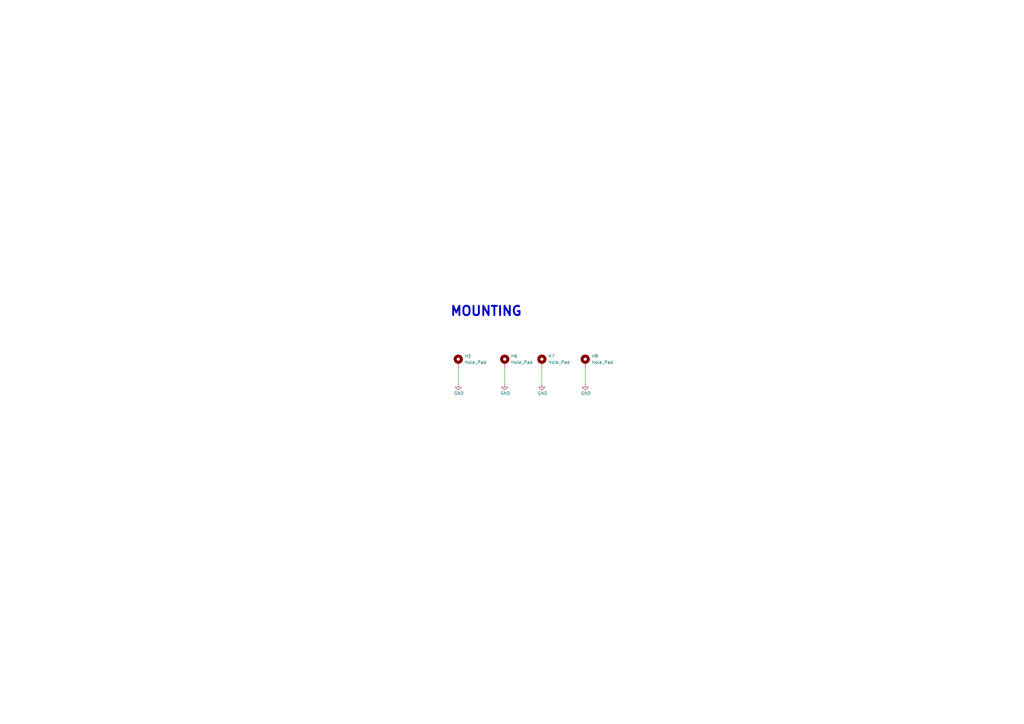
<source format=kicad_sch>
(kicad_sch (version 20231120) (generator "eeschema") (generator_version "8.0")
  (paper "A3")
  (lib_symbols
    (symbol "Mechanical:MountingHole_Pad" (pin_numbers hide) (pin_names (offset 1.016) hide) (exclude_from_sim yes) (in_bom no)
      (property "Reference" "H" (at 0 6.35 0))
      (property "Value" "MountingHole_Pad" (at 0 4.445 0))
      (symbol "MountingHole_Pad_0_1"
        (circle (center 0 1.27) (radius 1.27) (stroke (width 1.27)))
      )
      (symbol "MountingHole_Pad_1_1"
        (pin input line (at 0 -2.54 90) (length 2.54) (name "1") (number "1"))
      )
    )
    (symbol "power:GND" (power) (pin_numbers hide) (pin_names (offset 0) hide)
      (property "Value" "GND" (at 0 -3.81 0))
      (symbol "GND_0_1"
        (polyline (pts (xy 0 0) (xy 0 -1.27) (xy 1.27 -1.27) (xy 0 -2.54) (xy -1.27 -1.27) (xy 0 -1.27)))
      )
      (symbol "GND_1_1"
        (pin power_in line (at 0 0 270) (length 0) (name "~") (number "1"))
      )
    )
  )
  (wire (pts (xy 222.25 151.13) (xy 222.25 157.48)))
  (wire (pts (xy 207.01 151.13) (xy 207.01 157.48)))
  (wire (pts (xy 187.96 151.13) (xy 187.96 157.48)))
  (wire (pts (xy 240.03 151.13) (xy 240.03 157.48)))
  (text "MOUNTING\n" (at 199.39 127.762 0) (effects (font (size 3.81 3.81) (thickness 0.762) (bold yes))))
  (symbol (lib_id "Mechanical:MountingHole_Pad") (at 240.03 148.59 0) (unit 1) (exclude_from_sim yes) (in_bom no)
    (property "Reference" "H8" (at 242.57 146.0499 0) (effects (justify left)))
    (property "Value" "Hole_Pad" (at 242.57 148.5899 0) (effects (justify left)))
    (property "Footprint" "MountingHole:MountingHole_2.2mm_M2_DIN965_Pad" (effects (hide yes)))
    (property "Description" "Mounting Hole with connection" (effects (hide yes)))
  )
  (symbol (lib_id "power:GND") (at 187.96 157.48 0) (unit 1)
    (property "Reference" "#PWR090" (effects (hide yes)))
    (property "Value" "GND" (at 188.214 161.29 0))
    (property "Description" "Power symbol creates a global label with name \"GND\" , ground" (effects (hide yes)))
  )
  (symbol (lib_id "power:GND") (at 222.25 157.48 0) (unit 1)
    (property "Reference" "#PWR092" (effects (hide yes)))
    (property "Value" "GND" (at 222.504 161.29 0))
    (property "Description" "Power symbol creates a global label with name \"GND\" , ground" (effects (hide yes)))
  )
  (symbol (lib_id "Mechanical:MountingHole_Pad") (at 207.01 148.59 0) (unit 1) (exclude_from_sim yes) (in_bom no)
    (property "Reference" "H6" (at 209.55 146.0499 0) (effects (justify left)))
    (property "Value" "Hole_Pad" (at 209.55 148.5899 0) (effects (justify left)))
    (property "Footprint" "MountingHole:MountingHole_2.2mm_M2_DIN965_Pad" (effects (hide yes)))
    (property "Description" "Mounting Hole with connection" (effects (hide yes)))
  )
  (symbol (lib_id "Mechanical:MountingHole_Pad") (at 187.96 148.59 0) (unit 1) (exclude_from_sim yes) (in_bom no)
    (property "Reference" "H5" (at 190.5 146.0499 0) (effects (justify left)))
    (property "Value" "Hole_Pad" (at 190.5 148.5899 0) (effects (justify left)))
    (property "Footprint" "MountingHole:MountingHole_2.2mm_M2_DIN965_Pad" (effects (hide yes)))
    (property "Description" "Mounting Hole with connection" (effects (hide yes)))
  )
  (symbol (lib_id "power:GND") (at 240.03 157.48 0) (unit 1)
    (property "Reference" "#PWR093" (effects (hide yes)))
    (property "Value" "GND" (at 240.284 161.29 0))
    (property "Description" "Power symbol creates a global label with name \"GND\" , ground" (effects (hide yes)))
  )
  (symbol (lib_id "power:GND") (at 207.01 157.48 0) (unit 1)
    (property "Reference" "#PWR091" (effects (hide yes)))
    (property "Value" "GND" (at 207.264 161.29 0))
    (property "Description" "Power symbol creates a global label with name \"GND\" , ground" (effects (hide yes)))
  )
  (symbol (lib_id "Mechanical:MountingHole_Pad") (at 222.25 148.59 0) (unit 1) (exclude_from_sim yes) (in_bom no)
    (property "Reference" "H7" (at 224.79 146.0499 0) (effects (justify left)))
    (property "Value" "Hole_Pad" (at 224.79 148.5899 0) (effects (justify left)))
    (property "Footprint" "MountingHole:MountingHole_2.2mm_M2_DIN965_Pad" (effects (hide yes)))
    (property "Description" "Mounting Hole with connection" (effects (hide yes)))
  )
)
</source>
